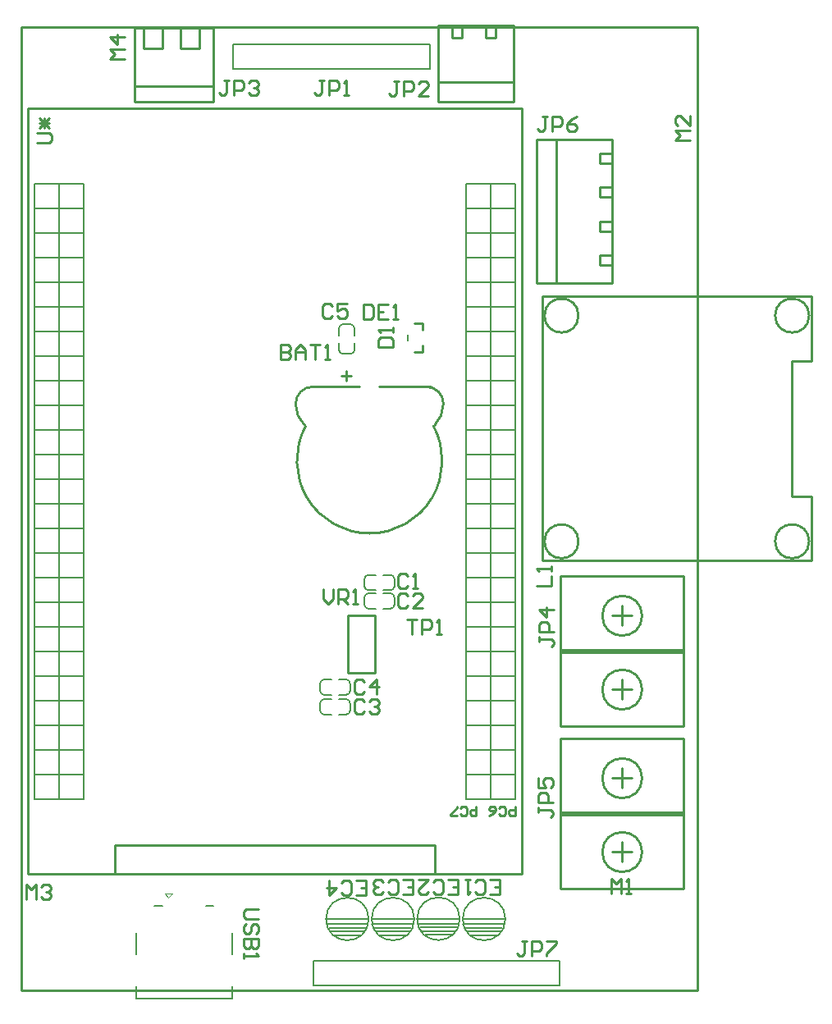
<source format=gto>
G04*
G04 #@! TF.GenerationSoftware,Altium Limited,Altium Designer,19.0.4 (130)*
G04*
G04 Layer_Color=65535*
%FSTAX25Y25*%
%MOIN*%
G70*
G01*
G75*
%ADD10C,0.01000*%
%ADD11C,0.00787*%
%ADD12C,0.00394*%
%ADD13C,0.00800*%
%ADD14C,0.00700*%
D10*
X0252267Y0056169D02*
G03*
X0252267Y0056169I-0008062J0D01*
G01*
Y0086169D02*
G03*
X0252267Y0086169I-0008062J0D01*
G01*
Y0122169D02*
G03*
X0252267Y0122169I-0008062J0D01*
G01*
Y0152169D02*
G03*
X0252267Y0152169I-0008062J0D01*
G01*
X0226433Y027413D02*
G03*
X0226433Y027413I-000689J0D01*
G01*
X0320134D02*
G03*
X0320134Y027413I-000689J0D01*
G01*
Y0182398D02*
G03*
X0320134Y0182398I-000689J0D01*
G01*
X0226433D02*
G03*
X0226433Y0182398I-000689J0D01*
G01*
X0111575Y0238169D02*
G03*
X011511Y0229634I0012071J0D01*
G01*
X0168039D02*
G03*
X0171575Y0238169I-0008536J0008536D01*
G01*
X0113575Y0243169D02*
G03*
X0111575Y0238341I0004828J-0004828D01*
G01*
X0118403Y0245169D02*
G03*
X0113575Y0243169I0J-0006828D01*
G01*
X0171575Y0238341D02*
G03*
X0169575Y0243169I-0006828J0D01*
G01*
X0115575Y0229169D02*
G03*
X0167487Y0229332I0026J-0014D01*
G01*
X0169575Y0243169D02*
G03*
X0164746Y0245169I-0004828J-0004828D01*
G01*
X0188854Y0391869D02*
X0188854Y0386869D01*
X0192854D01*
X0192854Y0391869D01*
X0169454Y0368969D02*
X0200054D01*
X0169454Y0391869D02*
X0200054D01*
X0169454Y0360969D02*
Y0391869D01*
Y0360969D02*
X0200054D01*
Y0391869D01*
X0179075Y0386869D02*
Y0391869D01*
X0175075Y0386869D02*
X0179075Y0386869D01*
X0175075Y0386869D02*
Y0391869D01*
X0046075Y0360869D02*
X0078075Y0360869D01*
X0046075Y0360869D02*
Y0391069D01*
X0078075Y0391069D01*
Y0360869D02*
Y0391069D01*
X0046075Y0367169D02*
X0078075D01*
X0072325Y0382669D02*
Y0391069D01*
X0064825Y0382669D02*
X0072325D01*
X0064825D02*
Y0391069D01*
X0057325Y0391069D02*
X0057325Y0382669D01*
X0049825D02*
X0057325D01*
X0049825D02*
Y0391069D01*
X0240205Y0056169D02*
X0248205D01*
X0244205Y0052169D02*
Y0060169D01*
X0219205Y0072169D02*
X0269205D01*
Y0073169D01*
X0219205Y0071169D02*
X0269205D01*
X0219205Y0041169D02*
Y0102169D01*
X0269205D01*
Y0041169D02*
Y0102169D01*
X0219205Y0041169D02*
X0269205D01*
X0240205Y0086169D02*
X0248205D01*
X0244205Y0082169D02*
Y0090169D01*
X0240205Y0122169D02*
X0248205D01*
X0244205Y0118169D02*
Y0126169D01*
X0219205Y0138169D02*
X0269205D01*
Y0139169D01*
X0219205Y0137169D02*
X0269205D01*
X0219205Y0107169D02*
Y0168169D01*
X0269205D01*
Y0107169D02*
Y0168169D01*
X0219205Y0107169D02*
X0269205D01*
X0240205Y0152169D02*
X0248205D01*
X0244205Y0148169D02*
Y0156169D01*
X0203549Y0047236D02*
Y0077669D01*
X0005575Y0047236D02*
X0203549D01*
X0002762D02*
X0005575D01*
X0002762D02*
Y0327669D01*
Y035826D01*
X0203549D01*
Y0077669D02*
Y035826D01*
X0038195Y0047236D02*
Y0059047D01*
X0168116D01*
Y0051173D02*
Y0059047D01*
Y0047236D02*
Y0051173D01*
X0321118Y0255823D02*
Y0282004D01*
Y0174524D02*
Y0200705D01*
X0321Y0255705D02*
X0321118Y0255823D01*
X0313118Y0255705D02*
X0321Y0255705D01*
X0313118Y0200705D02*
Y0255705D01*
Y0200705D02*
X0321118D01*
X0211669Y0282004D02*
X0321118D01*
X0211669Y0174524D02*
X0321118D01*
X0211669D02*
Y0282004D01*
X0171575Y0238169D02*
Y0238341D01*
X0167575Y0229169D02*
X0168039Y0229634D01*
X0111575Y0238169D02*
Y0238341D01*
X0165575Y0245169D02*
X0166575D01*
X0145575D02*
X0165575D01*
X011511Y0229634D02*
X0115575Y0229169D01*
X0118403Y0245169D02*
X0137575D01*
X0130075Y0249669D02*
X0134075D01*
X0132075Y0247669D02*
Y0251669D01*
X0163134Y0259421D02*
Y026202D01*
Y0259421D02*
Y026202D01*
Y0259421D02*
Y026202D01*
X0159925Y0259421D02*
X0163134D01*
X0159925Y0270917D02*
X0163134D01*
Y0268319D02*
Y0270917D01*
X0235275Y0322229D02*
X0240275D01*
X0235275D02*
Y0326229D01*
X0240275D01*
X0235275Y0312449D02*
X0240275D01*
X0235275Y0308449D02*
Y0312449D01*
Y0308449D02*
X0240275D01*
X0235275Y0298669D02*
X0240275D01*
X0235275Y0294669D02*
Y0298669D01*
Y0294669D02*
X0240275D01*
X0217375Y0287469D02*
Y0345629D01*
X0240275Y0287469D02*
Y0345629D01*
X0209375D02*
X0240275D01*
X0209375Y0287469D02*
Y0345629D01*
Y0287469D02*
X0240275D01*
X0235275Y0340008D02*
X0240275D01*
X0235275Y0336008D02*
Y0340008D01*
Y0336008D02*
X0240275D01*
X0143898Y0128858D02*
Y015248D01*
X0132874Y0128858D02*
X0143898D01*
X0132874D02*
Y015248D01*
X0143898D01*
X0200675Y0074795D02*
Y0070859D01*
X0198707D01*
X0198051Y0071515D01*
Y0072827D01*
X0198707Y0073483D01*
X0200675D01*
X0194116Y0071515D02*
X0194772Y0070859D01*
X0196083D01*
X0196739Y0071515D01*
Y0074139D01*
X0196083Y0074795D01*
X0194772D01*
X0194116Y0074139D01*
X019018Y0070859D02*
X0191492Y0071515D01*
X0192804Y0072827D01*
Y0074139D01*
X0192148Y0074795D01*
X0190836D01*
X019018Y0074139D01*
Y0073483D01*
X0190836Y0072827D01*
X0192804D01*
X0184932Y0074795D02*
Y0070859D01*
X0182964D01*
X0182308Y0071515D01*
Y0072827D01*
X0182964Y0073483D01*
X0184932D01*
X0178373Y0071515D02*
X0179029Y0070859D01*
X0180341D01*
X0180996Y0071515D01*
Y0074139D01*
X0180341Y0074795D01*
X0179029D01*
X0178373Y0074139D01*
X0177061Y0070859D02*
X0174437D01*
Y0071515D01*
X0177061Y0074139D01*
Y0074795D01*
X0122836Y0163017D02*
Y0159019D01*
X0124835Y0157019D01*
X0126834Y0159019D01*
Y0163017D01*
X0128834Y0157019D02*
Y0163017D01*
X0131833D01*
X0132833Y0162018D01*
Y0160018D01*
X0131833Y0159019D01*
X0128834D01*
X0130833D02*
X0132833Y0157019D01*
X0134832D02*
X0136831D01*
X0135832D01*
Y0163017D01*
X0134832Y0162018D01*
X0096479Y0033047D02*
X009148D01*
X0090481Y0032047D01*
Y0030048D01*
X009148Y0029048D01*
X0096479D01*
X0095479Y002305D02*
X0096479Y002405D01*
Y0026049D01*
X0095479Y0027049D01*
X0094479D01*
X009348Y0026049D01*
Y002405D01*
X009248Y002305D01*
X009148D01*
X0090481Y002405D01*
Y0026049D01*
X009148Y0027049D01*
X0096479Y0021051D02*
X0090481D01*
Y0018052D01*
X009148Y0017052D01*
X009248D01*
X009348Y0018052D01*
Y0021051D01*
Y0018052D01*
X0094479Y0017052D01*
X0095479D01*
X0096479Y0018052D01*
Y0021051D01*
X0090481Y0015053D02*
Y0013054D01*
Y0014053D01*
X0096479D01*
X0095479Y0015053D01*
X0006477Y0344169D02*
X0011475D01*
X0012475Y0345169D01*
Y0347168D01*
X0011475Y0348168D01*
X0006477D01*
X0007476Y0350167D02*
X0011475Y0354166D01*
Y0350167D02*
X0007476Y0354166D01*
X0009476Y0350167D02*
Y0354166D01*
X0011475Y0352167D02*
X0007476D01*
X0156725Y0150517D02*
X0160723D01*
X0158724D01*
Y0144519D01*
X0162723D02*
Y0150517D01*
X0165722D01*
X0166722Y0149518D01*
Y0147518D01*
X0165722Y0146519D01*
X0162723D01*
X0168721Y0144519D02*
X017072D01*
X0169721D01*
Y0150517D01*
X0168721Y0149518D01*
X0042205Y0378382D02*
X0036207D01*
X0038206Y0380381D01*
X0036207Y0382381D01*
X0042205D01*
Y0387379D02*
X0036207D01*
X0039206Y038438D01*
Y0388379D01*
X0002092Y0036959D02*
Y0042957D01*
X0004092Y0040958D01*
X0006091Y0042957D01*
Y0036959D01*
X000809Y0041958D02*
X000909Y0042957D01*
X0011089D01*
X0012089Y0041958D01*
Y0040958D01*
X0011089Y0039958D01*
X001009D01*
X0011089D01*
X0012089Y0038959D01*
Y0037959D01*
X0011089Y0036959D01*
X000909D01*
X000809Y0037959D01*
X0271693Y0345448D02*
X0265695D01*
X0267694Y0347447D01*
X0265695Y0349446D01*
X0271693D01*
Y0355444D02*
Y0351446D01*
X0267694Y0355444D01*
X0266694D01*
X0265695Y0354445D01*
Y0352445D01*
X0266694Y0351446D01*
X0239743Y003929D02*
Y0045288D01*
X0241742Y0043288D01*
X0243742Y0045288D01*
Y003929D01*
X0245741D02*
X024774D01*
X0246741D01*
Y0045288D01*
X0245741Y0044288D01*
X0209577Y0164169D02*
X0215575D01*
Y0168168D01*
Y0170167D02*
Y0172167D01*
Y0171167D01*
X0209577D01*
X0210576Y0170167D01*
X0205436Y0020085D02*
X0203436D01*
X0204436D01*
Y0015086D01*
X0203436Y0014087D01*
X0202437D01*
X0201437Y0015086D01*
X0207435Y0014087D02*
Y0020085D01*
X0210434D01*
X0211434Y0019085D01*
Y0017086D01*
X0210434Y0016086D01*
X0207435D01*
X0213433Y0020085D02*
X0217432D01*
Y0019085D01*
X0213433Y0015086D01*
Y0014087D01*
X0213824Y0355117D02*
X0211824D01*
X0212824D01*
Y0350119D01*
X0211824Y0349119D01*
X0210824D01*
X0209825Y0350119D01*
X0215823Y0349119D02*
Y0355117D01*
X0218822D01*
X0219822Y0354118D01*
Y0352118D01*
X0218822Y0351119D01*
X0215823D01*
X022582Y0355117D02*
X022382Y0354118D01*
X0221821Y0352118D01*
Y0350119D01*
X0222821Y0349119D01*
X022482D01*
X022582Y0350119D01*
Y0351119D01*
X022482Y0352118D01*
X0221821D01*
X0210077Y0074168D02*
Y0072169D01*
Y0073168D01*
X0215075D01*
X0216075Y0072169D01*
Y0071169D01*
X0215075Y0070169D01*
X0216075Y0076167D02*
X0210077D01*
Y0079166D01*
X0211076Y0080166D01*
X0213076D01*
X0214075Y0079166D01*
Y0076167D01*
X0210077Y0086164D02*
Y0082165D01*
X0213076D01*
X0212076Y0084165D01*
Y0085164D01*
X0213076Y0086164D01*
X0215075D01*
X0216075Y0085164D01*
Y0083165D01*
X0215075Y0082165D01*
X0210477Y0143668D02*
Y0141669D01*
Y0142668D01*
X0215475D01*
X0216475Y0141669D01*
Y0140669D01*
X0215475Y0139669D01*
X0216475Y0145667D02*
X0210477D01*
Y0148666D01*
X0211476Y0149666D01*
X0213476D01*
X0214475Y0148666D01*
Y0145667D01*
X0216475Y0154665D02*
X0210477D01*
X0213476Y0151665D01*
Y0155664D01*
X0084574Y0369667D02*
X0082574D01*
X0083574D01*
Y0364669D01*
X0082574Y0363669D01*
X0081574D01*
X0080575Y0364669D01*
X0086573Y0363669D02*
Y0369667D01*
X0089572D01*
X0090572Y0368668D01*
Y0366668D01*
X0089572Y0365669D01*
X0086573D01*
X0092571Y0368668D02*
X0093571Y0369667D01*
X009557D01*
X009657Y0368668D01*
Y0367668D01*
X009557Y0366668D01*
X009457D01*
X009557D01*
X009657Y0365669D01*
Y0364669D01*
X009557Y0363669D01*
X0093571D01*
X0092571Y0364669D01*
X0153574Y0369167D02*
X0151574D01*
X0152574D01*
Y0364169D01*
X0151574Y0363169D01*
X0150575D01*
X0149575Y0364169D01*
X0155573Y0363169D02*
Y0369167D01*
X0158572D01*
X0159572Y0368168D01*
Y0366168D01*
X0158572Y0365169D01*
X0155573D01*
X016557Y0363169D02*
X0161571D01*
X016557Y0367168D01*
Y0368168D01*
X016457Y0369167D01*
X0162571D01*
X0161571Y0368168D01*
X0123073Y0369667D02*
X0121074D01*
X0122074D01*
Y0364669D01*
X0121074Y0363669D01*
X0120074D01*
X0119075Y0364669D01*
X0125073Y0363669D02*
Y0369667D01*
X0128072D01*
X0129072Y0368668D01*
Y0366668D01*
X0128072Y0365669D01*
X0125073D01*
X0131071Y0363669D02*
X013307D01*
X0132071D01*
Y0369667D01*
X0131071Y0368668D01*
X0136053Y0038537D02*
X0140051D01*
Y0044535D01*
X0136053D01*
X0140051Y0041536D02*
X0138052D01*
X0130054Y0039537D02*
X0131054Y0038537D01*
X0133053D01*
X0134053Y0039537D01*
Y0043536D01*
X0133053Y0044535D01*
X0131054D01*
X0130054Y0043536D01*
X0125056Y0044535D02*
Y0038537D01*
X0128055Y0041536D01*
X0124056D01*
X0155052Y0039037D02*
X0159051D01*
Y0045035D01*
X0155052D01*
X0159051Y0042036D02*
X0157052D01*
X0149054Y0040037D02*
X0150054Y0039037D01*
X0152053D01*
X0153053Y0040037D01*
Y0044036D01*
X0152053Y0045035D01*
X0150054D01*
X0149054Y0044036D01*
X0147055Y0040037D02*
X0146055Y0039037D01*
X0144056D01*
X0143056Y0040037D01*
Y0041037D01*
X0144056Y0042036D01*
X0145056D01*
X0144056D01*
X0143056Y0043036D01*
Y0044036D01*
X0144056Y0045035D01*
X0146055D01*
X0147055Y0044036D01*
X0173553Y0039037D02*
X0177551D01*
Y0045035D01*
X0173553D01*
X0177551Y0042036D02*
X0175552D01*
X0167554Y0040037D02*
X0168554Y0039037D01*
X0170553D01*
X0171553Y0040037D01*
Y0044036D01*
X0170553Y0045035D01*
X0168554D01*
X0167554Y0044036D01*
X0161556Y0045035D02*
X0165555D01*
X0161556Y0041037D01*
Y0040037D01*
X0162556Y0039037D01*
X0164555D01*
X0165555Y0040037D01*
X0190552Y0039037D02*
X0194551D01*
Y0045035D01*
X0190552D01*
X0194551Y0042036D02*
X0192552D01*
X0184554Y0040037D02*
X0185554Y0039037D01*
X0187553D01*
X0188553Y0040037D01*
Y0044036D01*
X0187553Y0045035D01*
X0185554D01*
X0184554Y0044036D01*
X0182555Y0045035D02*
X0180556D01*
X0181555D01*
Y0039037D01*
X0182555Y0040037D01*
X0139075Y0278667D02*
Y0272669D01*
X0142074D01*
X0143073Y0273669D01*
Y0277668D01*
X0142074Y0278667D01*
X0139075D01*
X0149072D02*
X0145073D01*
Y0272669D01*
X0149072D01*
X0145073Y0275668D02*
X0147072D01*
X0151071Y0272669D02*
X015307D01*
X0152071D01*
Y0278667D01*
X0151071Y0277668D01*
X0145077Y0261429D02*
X0151075D01*
Y0264428D01*
X0150075Y0265428D01*
X0146076D01*
X0145077Y0264428D01*
Y0261429D01*
X0151075Y0267427D02*
Y0269427D01*
Y0268427D01*
X0145077D01*
X0146076Y0267427D01*
X012644Y0277833D02*
X012544Y0278833D01*
X0123441D01*
X0122441Y0277833D01*
Y0273834D01*
X0123441Y0272835D01*
X012544D01*
X012644Y0273834D01*
X0132438Y0278833D02*
X0128439D01*
Y0275834D01*
X0130438Y0276833D01*
X0131438D01*
X0132438Y0275834D01*
Y0273834D01*
X0131438Y0272835D01*
X0129439D01*
X0128439Y0273834D01*
X0139574Y0125168D02*
X0138574Y0126167D01*
X0136574D01*
X0135575Y0125168D01*
Y0121169D01*
X0136574Y0120169D01*
X0138574D01*
X0139574Y0121169D01*
X0144572Y0120169D02*
Y0126167D01*
X0141573Y0123168D01*
X0145572D01*
X0139574Y0117168D02*
X0138574Y0118167D01*
X0136574D01*
X0135575Y0117168D01*
Y0113169D01*
X0136574Y0112169D01*
X0138574D01*
X0139574Y0113169D01*
X0141573Y0117168D02*
X0142573Y0118167D01*
X0144572D01*
X0145572Y0117168D01*
Y0116168D01*
X0144572Y0115168D01*
X0143572D01*
X0144572D01*
X0145572Y0114169D01*
Y0113169D01*
X0144572Y0112169D01*
X0142573D01*
X0141573Y0113169D01*
X0157073Y0160168D02*
X0156074Y0161167D01*
X0154075D01*
X0153075Y0160168D01*
Y0156169D01*
X0154075Y0155169D01*
X0156074D01*
X0157073Y0156169D01*
X0163072Y0155169D02*
X0159073D01*
X0163072Y0159168D01*
Y0160168D01*
X0162072Y0161167D01*
X0160073D01*
X0159073Y0160168D01*
X0157073Y0168168D02*
X0156074Y0169167D01*
X0154075D01*
X0153075Y0168168D01*
Y0164169D01*
X0154075Y0163169D01*
X0156074D01*
X0157073Y0164169D01*
X0159073Y0163169D02*
X0161072D01*
X0160073D01*
Y0169167D01*
X0159073Y0168168D01*
X0105575Y0262167D02*
Y0256169D01*
X0108574D01*
X0109573Y0257169D01*
Y0258169D01*
X0108574Y0259168D01*
X0105575D01*
X0108574D01*
X0109573Y0260168D01*
Y0261168D01*
X0108574Y0262167D01*
X0105575D01*
X0111573Y0256169D02*
Y0260168D01*
X0113572Y0262167D01*
X0115572Y0260168D01*
Y0256169D01*
Y0259168D01*
X0111573D01*
X0117571Y0262167D02*
X012157D01*
X011957D01*
Y0256169D01*
X0123569D02*
X0125568D01*
X0124569D01*
Y0262167D01*
X0123569Y0261168D01*
X0Y-0D02*
Y0391339D01*
X0274803D01*
Y0D02*
Y0391339D01*
X0Y-0D02*
X0274803Y0D01*
D11*
X0196713Y0028988D02*
G03*
X0196713Y0028988I-0008661J0D01*
G01*
X0178213Y0029083D02*
G03*
X0178213Y0029083I-0008661J0D01*
G01*
X0159713Y0028988D02*
G03*
X0159713Y0028988I-0008661J0D01*
G01*
X0141213D02*
G03*
X0141213Y0028988I-0008661J0D01*
G01*
X0133819Y0258524D02*
G03*
X0135394Y0260099I0J0001575D01*
G01*
X0129173Y0260099D02*
G03*
X0130748Y0258524I0001575J0D01*
G01*
X0130748Y027061D02*
G03*
X0129173Y0269036I0J-0001575D01*
G01*
X0135394Y0269036D02*
G03*
X0133819Y027061I-0001575J-0D01*
G01*
X0151618Y0167205D02*
G03*
X0150043Y016878I-0001575J0D01*
G01*
X0150043Y0162559D02*
G03*
X0151618Y0164134I-0J0001575D01*
G01*
X0139532Y0164134D02*
G03*
X0141106Y0162559I0001575J-0D01*
G01*
Y016878D02*
G03*
X0139532Y0167205I0J-0001575D01*
G01*
X0151618Y0159705D02*
G03*
X0150043Y016128I-0001575J0D01*
G01*
Y0155059D02*
G03*
X0151618Y0156634I-0J0001575D01*
G01*
X0139532Y0156634D02*
G03*
X0141106Y0155059I0001575J0D01*
G01*
Y016128D02*
G03*
X0139532Y0159705I0J-0001575D01*
G01*
X0121531Y0121634D02*
G03*
X0123106Y0120059I0001575J0D01*
G01*
Y012628D02*
G03*
X0121531Y0124705I0J-0001575D01*
G01*
X0133618Y0124705D02*
G03*
X0132043Y012628I-0001575J0D01*
G01*
Y0120059D02*
G03*
X0133618Y0121634I-0J0001575D01*
G01*
X0121531Y0113634D02*
G03*
X0123106Y0112059I0001575J0D01*
G01*
Y011828D02*
G03*
X0121531Y0116705I0J-0001575D01*
G01*
X0133618Y0116705D02*
G03*
X0132043Y011828I-0001575J0D01*
G01*
Y0112059D02*
G03*
X0133618Y0113634I-0J0001575D01*
G01*
X0166075Y0374169D02*
Y0384169D01*
X0086075Y0374169D02*
X0166075D01*
X0086075Y0384169D02*
X0166075D01*
X0086075Y0374169D02*
Y0384169D01*
X0118937Y0002087D02*
Y0012087D01*
Y0002087D02*
X0218937D01*
Y0012087D01*
X0118937D02*
X0218937D01*
X0054134Y0034417D02*
X0057284Y0034417D01*
X0075Y0034417D02*
X007815Y0034417D01*
X0046654Y000174D02*
X0046654Y-0003378D01*
Y0014732D02*
Y0023394D01*
X008563Y0014732D02*
Y0023394D01*
Y-0003378D02*
X008563Y000174D01*
X0046654Y-0003378D02*
X008563Y-0003378D01*
X0005575Y0077669D02*
Y0327669D01*
X0025575Y0077669D02*
Y0327669D01*
X0005575Y0077669D02*
X0025575D01*
X0180675D02*
X0200675D01*
Y0327669D01*
X0180675Y0077669D02*
Y0327669D01*
X0179551Y0028988D02*
X0180177D01*
X0196551D01*
X0161051Y0029083D02*
X0161677D01*
X0178051D01*
X0142551Y0028988D02*
X0143177D01*
X0159551D01*
X0124051D02*
X0124677D01*
X0141051D01*
X0135394Y0266142D02*
Y0269036D01*
X0130748Y0258524D02*
X0133819D01*
X0130748Y027061D02*
X0133819D01*
X0135394Y0260099D02*
Y0262992D01*
X0129173Y0260099D02*
Y0262992D01*
X0129173Y0266142D02*
Y0269036D01*
X0157032Y0263988D02*
Y026635D01*
X0141106Y016878D02*
X0144D01*
X0151618Y0164134D02*
Y0167205D01*
X0139532Y0164134D02*
Y0167205D01*
X014715Y016878D02*
X0150043D01*
X014715Y0162559D02*
X0150043D01*
X0141106Y0162559D02*
X0144D01*
X0141106Y016128D02*
X0144D01*
X0151618Y0156634D02*
Y0159705D01*
X0139532Y0156634D02*
Y0159705D01*
X014715Y016128D02*
X0150043D01*
X014715Y0155059D02*
X0150043Y0155059D01*
X0141106Y0155059D02*
X0144D01*
X012915Y0120059D02*
X0132043D01*
X0121531Y0121634D02*
Y0124705D01*
X0133618Y0121634D02*
Y0124705D01*
X0123106Y0120059D02*
X0126D01*
X0123106Y012628D02*
X0126Y012628D01*
X012915D02*
X0132043D01*
X012915Y0112059D02*
X0132043D01*
X0121531Y0113634D02*
Y0116705D01*
X0133618Y0113634D02*
Y0116705D01*
X0123106Y0112059D02*
X0126D01*
X0123106Y011828D02*
X0126Y011828D01*
X012915D02*
X0132043D01*
D12*
X0059843Y0037784D02*
X0061343Y0039283D01*
X0058343D02*
X0061343D01*
X0058343D02*
X0059843Y0037784D01*
D13*
X0005575Y0277669D02*
X0025575D01*
X0005575Y0327669D02*
X0025575D01*
X0005575Y0317669D02*
X0025575D01*
X0005575Y0307669D02*
X0025575D01*
X0005575Y0297669D02*
X0025575D01*
X0005575Y0287669D02*
X0025575D01*
X0015575Y0077669D02*
Y0327669D01*
X0005575Y0087669D02*
X0025575D01*
X0005575Y0097669D02*
X0025575D01*
X0005575Y0107669D02*
X0025575D01*
X0005575Y0117669D02*
X0025575D01*
X0005575Y0127669D02*
X0025575D01*
X0005575Y0137669D02*
X0025575D01*
X0005575Y0147669D02*
X0025575D01*
X0005575Y0157669D02*
X0025575D01*
X0005575Y0167669D02*
X0025575D01*
X0005575Y0177669D02*
X0025575D01*
X0005575Y0187669D02*
X0025575D01*
X0005575Y0267669D02*
X0025575D01*
X0005575Y0257669D02*
X0025575D01*
X0005575Y0247669D02*
X0025575D01*
X0005575Y0237669D02*
X0025575D01*
X0005575Y0227669D02*
X0025575D01*
X0005575Y0217669D02*
X0025575D01*
X0005575Y0207669D02*
X0025575D01*
X0005575Y0197669D02*
X0025575D01*
X0180675D02*
X0200675D01*
X0180675Y0207669D02*
X0200675D01*
X0180675Y0217669D02*
X0200675D01*
X0180675Y0227669D02*
X0200675D01*
X0180675Y0237669D02*
X0200675D01*
X0180675Y0247669D02*
X0200675D01*
X0180675Y0257669D02*
X0200675D01*
X0180675Y0267669D02*
X0200675D01*
X0180675Y0187669D02*
X0200675D01*
X0180675Y0177669D02*
X0200675D01*
X0180675Y0167669D02*
X0200675D01*
X0180675Y0157669D02*
X0200675D01*
X0180675Y0147669D02*
X0200675D01*
X0180675Y0137669D02*
X0200675D01*
X0180675Y0127669D02*
X0200675D01*
X0180675Y0117669D02*
X0200675D01*
X0180675Y0107669D02*
X0200675D01*
X0180675Y0097669D02*
X0200675D01*
X0180675Y0087669D02*
X0200675D01*
X0190675Y0077669D02*
Y0327669D01*
X0180675Y0287669D02*
X0200675D01*
X0180675Y0297669D02*
X0200675D01*
X0180675Y0307669D02*
X0200675D01*
X0180675Y0317669D02*
X0200675D01*
X0180675Y0327669D02*
X0200675D01*
X0180675Y0277669D02*
X0200675D01*
D14*
X0179551Y0026941D02*
X0196051D01*
X0180551Y0025441D02*
X0195551D01*
X0181051Y0023941D02*
X0195051D01*
X0182551Y0022441D02*
X0193551D01*
X0161051Y0027035D02*
X0177551D01*
X0162051Y0025535D02*
X0177051D01*
X0162551Y0024035D02*
X0176551D01*
X0164051Y0022535D02*
X0175051D01*
X0142551Y0026941D02*
X0159051D01*
X0143551Y0025441D02*
X0158551D01*
X0144051Y0023941D02*
X0158051Y0023941D01*
X0145551Y0022441D02*
X0156551Y0022441D01*
X0124051Y0026941D02*
X0140551D01*
X0125051Y0025441D02*
X0140051D01*
X0125551Y0023941D02*
X0139551Y0023941D01*
X0127051Y0022441D02*
X0138051Y0022441D01*
M02*

</source>
